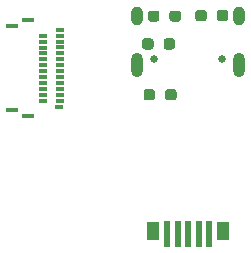
<source format=gbr>
%TF.GenerationSoftware,KiCad,Pcbnew,(5.1.10)-1*%
%TF.CreationDate,2022-03-08T18:55:03-05:00*%
%TF.ProjectId,001,3030312e-6b69-4636-9164-5f7063625858,rev?*%
%TF.SameCoordinates,Original*%
%TF.FileFunction,Soldermask,Top*%
%TF.FilePolarity,Negative*%
%FSLAX46Y46*%
G04 Gerber Fmt 4.6, Leading zero omitted, Abs format (unit mm)*
G04 Created by KiCad (PCBNEW (5.1.10)-1) date 2022-03-08 18:55:03*
%MOMM*%
%LPD*%
G01*
G04 APERTURE LIST*
%ADD10O,1.000000X2.100000*%
%ADD11C,0.650000*%
%ADD12O,1.000000X1.600000*%
%ADD13R,1.060000X1.580000*%
%ADD14R,0.600000X2.180000*%
%ADD15R,1.041400X0.355600*%
%ADD16R,0.762000X0.355600*%
G04 APERTURE END LIST*
%TO.C,R2*%
G36*
G01*
X121479900Y-54183400D02*
X121479900Y-54658400D01*
G75*
G02*
X121242400Y-54895900I-237500J0D01*
G01*
X120742400Y-54895900D01*
G75*
G02*
X120504900Y-54658400I0J237500D01*
G01*
X120504900Y-54183400D01*
G75*
G02*
X120742400Y-53945900I237500J0D01*
G01*
X121242400Y-53945900D01*
G75*
G02*
X121479900Y-54183400I0J-237500D01*
G01*
G37*
G36*
G01*
X123304900Y-54183400D02*
X123304900Y-54658400D01*
G75*
G02*
X123067400Y-54895900I-237500J0D01*
G01*
X122567400Y-54895900D01*
G75*
G02*
X122329900Y-54658400I0J237500D01*
G01*
X122329900Y-54183400D01*
G75*
G02*
X122567400Y-53945900I237500J0D01*
G01*
X123067400Y-53945900D01*
G75*
G02*
X123304900Y-54183400I0J-237500D01*
G01*
G37*
%TD*%
%TO.C,R3*%
G36*
G01*
X116117400Y-61358400D02*
X116117400Y-60883400D01*
G75*
G02*
X116354900Y-60645900I237500J0D01*
G01*
X116854900Y-60645900D01*
G75*
G02*
X117092400Y-60883400I0J-237500D01*
G01*
X117092400Y-61358400D01*
G75*
G02*
X116854900Y-61595900I-237500J0D01*
G01*
X116354900Y-61595900D01*
G75*
G02*
X116117400Y-61358400I0J237500D01*
G01*
G37*
G36*
G01*
X117942400Y-61358400D02*
X117942400Y-60883400D01*
G75*
G02*
X118179900Y-60645900I237500J0D01*
G01*
X118679900Y-60645900D01*
G75*
G02*
X118917400Y-60883400I0J-237500D01*
G01*
X118917400Y-61358400D01*
G75*
G02*
X118679900Y-61595900I-237500J0D01*
G01*
X118179900Y-61595900D01*
G75*
G02*
X117942400Y-61358400I0J237500D01*
G01*
G37*
%TD*%
%TO.C,R4*%
G36*
G01*
X117817400Y-57058400D02*
X117817400Y-56583400D01*
G75*
G02*
X118054900Y-56345900I237500J0D01*
G01*
X118554900Y-56345900D01*
G75*
G02*
X118792400Y-56583400I0J-237500D01*
G01*
X118792400Y-57058400D01*
G75*
G02*
X118554900Y-57295900I-237500J0D01*
G01*
X118054900Y-57295900D01*
G75*
G02*
X117817400Y-57058400I0J237500D01*
G01*
G37*
G36*
G01*
X115992400Y-57058400D02*
X115992400Y-56583400D01*
G75*
G02*
X116229900Y-56345900I237500J0D01*
G01*
X116729900Y-56345900D01*
G75*
G02*
X116967400Y-56583400I0J-237500D01*
G01*
X116967400Y-57058400D01*
G75*
G02*
X116729900Y-57295900I-237500J0D01*
G01*
X116229900Y-57295900D01*
G75*
G02*
X115992400Y-57058400I0J237500D01*
G01*
G37*
%TD*%
%TO.C,R1*%
G36*
G01*
X116492400Y-54708400D02*
X116492400Y-54233400D01*
G75*
G02*
X116729900Y-53995900I237500J0D01*
G01*
X117229900Y-53995900D01*
G75*
G02*
X117467400Y-54233400I0J-237500D01*
G01*
X117467400Y-54708400D01*
G75*
G02*
X117229900Y-54945900I-237500J0D01*
G01*
X116729900Y-54945900D01*
G75*
G02*
X116492400Y-54708400I0J237500D01*
G01*
G37*
G36*
G01*
X118317400Y-54708400D02*
X118317400Y-54233400D01*
G75*
G02*
X118554900Y-53995900I237500J0D01*
G01*
X119054900Y-53995900D01*
G75*
G02*
X119292400Y-54233400I0J-237500D01*
G01*
X119292400Y-54708400D01*
G75*
G02*
X119054900Y-54945900I-237500J0D01*
G01*
X118554900Y-54945900D01*
G75*
G02*
X118317400Y-54708400I0J237500D01*
G01*
G37*
%TD*%
D10*
%TO.C,USB*%
X124224900Y-58600900D03*
X115584900Y-58600900D03*
D11*
X117014900Y-58070900D03*
D12*
X115584900Y-54420900D03*
D11*
X122794900Y-58070900D03*
D12*
X124224900Y-54420900D03*
%TD*%
D13*
%TO.C,D1*%
X122854900Y-72620900D03*
D14*
X121704900Y-72920900D03*
X120804900Y-72920900D03*
X119904900Y-72920900D03*
X119004900Y-72920900D03*
X118104900Y-72920900D03*
D13*
X116954900Y-72620900D03*
%TD*%
D15*
%TO.C,J2*%
X106358300Y-62920900D03*
X106358300Y-54830899D03*
D16*
X109008300Y-61120900D03*
X109008300Y-60620901D03*
X109008300Y-60120899D03*
X109008300Y-59620900D03*
X109008300Y-59120901D03*
X109008300Y-58620900D03*
X109008300Y-58120900D03*
X109008300Y-57620899D03*
X109008300Y-57120900D03*
X109008300Y-56620901D03*
X109008300Y-56120899D03*
X109008300Y-55620900D03*
X109008300Y-61620900D03*
X108998300Y-62120900D03*
%TD*%
D15*
%TO.C,011*%
X104995200Y-62414600D03*
X104995200Y-55334598D03*
D16*
X107645200Y-61624599D03*
X107645200Y-61124600D03*
X107645200Y-60624598D03*
X107645200Y-60124599D03*
X107645200Y-59624600D03*
X107645200Y-59124599D03*
X107645200Y-58624599D03*
X107645200Y-58124598D03*
X107645200Y-57624599D03*
X107645200Y-57124600D03*
X107645200Y-56624598D03*
X107645200Y-56124599D03*
%TD*%
M02*

</source>
